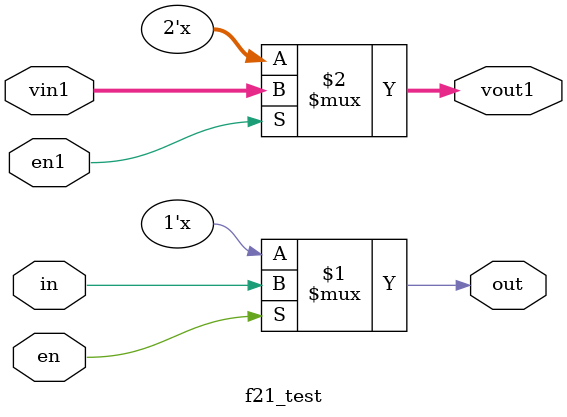
<source format=v>
module f21_test(in, out, en, vin1, vout1, en1);
input in, en, en1;
output out;
input [1:0] vin1;
output [1:0] vout1;
assign out = en ? in : 1'bz;
assign vout1 = en1 ? vin1 : 2'bzz;
endmodule
</source>
